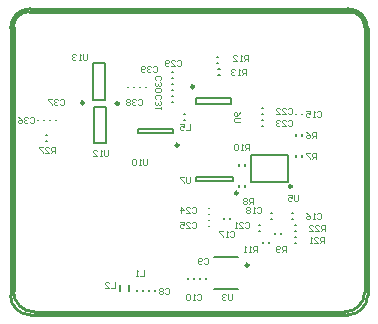
<source format=gbo>
G04*
G04 #@! TF.GenerationSoftware,Altium Limited,Altium Designer,21.3.2 (30)*
G04*
G04 Layer_Color=32896*
%FSLAX25Y25*%
%MOIN*%
G70*
G04*
G04 #@! TF.SameCoordinates,A236C9B4-8AE0-4B67-9D85-2998E959901C*
G04*
G04*
G04 #@! TF.FilePolarity,Positive*
G04*
G01*
G75*
%ADD10C,0.01000*%
%ADD13C,0.00984*%
%ADD15C,0.00600*%
%ADD16C,0.00787*%
%ADD17C,0.00300*%
%ADD80C,0.00500*%
D10*
X6000Y101000D02*
G03*
X1000Y96000I0J-5000D01*
G01*
X118000D02*
G03*
X113000Y101000I-5000J0D01*
G01*
X111550Y1000D02*
G03*
X118000Y7450I0J6449D01*
G01*
X1000Y7828D02*
G03*
X7828Y1000I6828J0D01*
G01*
X1000Y7828D02*
Y96000D01*
X6000Y101000D02*
X111000D01*
X113000D01*
X118000Y94000D02*
Y96000D01*
Y10000D02*
Y94000D01*
Y7450D02*
Y10000D01*
X7828Y1000D02*
X111550D01*
X6449Y102000D02*
G03*
X0Y95551I0J-6449D01*
G01*
X119000D02*
G03*
X112550Y102000I-6449J0D01*
G01*
Y0D02*
G03*
X119000Y6449I0J6449D01*
G01*
X0D02*
G03*
X6449Y0I6449J0D01*
G01*
X112550D01*
X119000Y6449D02*
Y95551D01*
X6449Y102000D02*
X112550D01*
X0Y6449D02*
Y95551D01*
D13*
X24492Y70653D02*
G03*
X24492Y70653I-492J0D01*
G01*
X36106Y70445D02*
G03*
X36106Y70445I-492J0D01*
G01*
X56035Y56551D02*
G03*
X56035Y56551I-492J0D01*
G01*
X93772Y42846D02*
G03*
X93772Y42846I-492J0D01*
G01*
X61146Y76000D02*
G03*
X61146Y76000I-492J0D01*
G01*
X75776Y40551D02*
G03*
X75776Y40551I-492J0D01*
G01*
X79319Y16559D02*
G03*
X79319Y16559I-492J0D01*
G01*
D15*
X11000Y64890D02*
Y65047D01*
X9000Y64890D02*
Y65047D01*
X11782Y60000D02*
X12281D01*
X11782Y58000D02*
X12281D01*
X53890Y79000D02*
X54047D01*
X53890Y81000D02*
X54047D01*
X97000Y66890D02*
Y67047D01*
X95000Y66890D02*
Y67047D01*
Y59719D02*
Y60219D01*
X97000Y59719D02*
Y60219D01*
X78000Y42718D02*
Y43218D01*
X76000Y42718D02*
Y43218D01*
X71000Y31953D02*
Y32110D01*
X73000Y31953D02*
Y32110D01*
X95000Y52719D02*
Y53219D01*
X97000Y52719D02*
Y53219D01*
X83890Y63000D02*
X84047D01*
X83890Y65000D02*
X84047D01*
X83890Y67000D02*
X84047D01*
X83890Y69000D02*
X84047D01*
X78000Y49718D02*
Y50218D01*
X76000Y49718D02*
Y50218D01*
X84000Y23781D02*
Y24282D01*
X86000Y23781D02*
Y24282D01*
X82890Y30000D02*
X83047D01*
X82890Y28000D02*
X83047D01*
X86890Y34000D02*
X87047D01*
X86890Y32000D02*
X87047D01*
X93890Y34000D02*
X94047D01*
X93890Y32000D02*
X94047D01*
X88000Y26781D02*
Y27281D01*
X90000Y26781D02*
Y27281D01*
X94718Y24000D02*
X95218D01*
X94718Y26000D02*
X95218D01*
X94718Y30000D02*
X95218D01*
X94718Y28000D02*
X95218D01*
X69262Y80000D02*
X69762D01*
X69262Y82000D02*
X69762D01*
X68782Y86000D02*
X69282D01*
X68782Y84000D02*
X69282D01*
X66150Y29551D02*
X66307D01*
X66150Y31551D02*
X66307D01*
X66150Y33551D02*
X66307D01*
X66150Y35551D02*
X66307D01*
X53890Y73000D02*
X54047D01*
X53890Y71000D02*
X54047D01*
X57890Y67000D02*
X58047D01*
X57890Y65000D02*
X58047D01*
X53890Y75000D02*
X54047D01*
X53890Y77000D02*
X54047D01*
X43000Y75890D02*
Y76047D01*
X45000Y75890D02*
Y76047D01*
X41000Y75890D02*
Y76047D01*
X39000Y75890D02*
Y76047D01*
X13000Y64890D02*
Y65047D01*
X15000Y64890D02*
Y65047D01*
X59000Y11953D02*
Y12110D01*
X61000Y11953D02*
Y12110D01*
X65000Y11953D02*
Y12110D01*
X63000Y11953D02*
Y12110D01*
X48000Y7953D02*
Y8110D01*
X46000Y7953D02*
Y8110D01*
X44000Y7953D02*
Y8110D01*
X42000Y7953D02*
Y8110D01*
D16*
X31382Y71638D02*
Y83842D01*
X27445Y71638D02*
Y83842D01*
X31382D01*
X27445Y71638D02*
X31382D01*
X27839Y69362D02*
X31776D01*
X27839Y57157D02*
X31776D01*
Y69362D01*
X27839Y57157D02*
Y69362D01*
X54165Y60685D02*
Y61866D01*
X42354Y60685D02*
Y61866D01*
Y60685D02*
X54165D01*
X42354Y61866D02*
X54165D01*
X80177Y44319D02*
Y53374D01*
X92382Y44319D02*
Y53374D01*
X80177D02*
X92382D01*
X80177Y44319D02*
X92382D01*
X61835Y70291D02*
Y72260D01*
X73646Y70291D02*
Y72260D01*
X61835D02*
X73646D01*
X61835Y70291D02*
X73646D01*
X61898Y45866D02*
X74102D01*
X61898Y44685D02*
X74102D01*
X61898D02*
Y45866D01*
X74102Y44685D02*
Y45866D01*
X67902Y8685D02*
X75776D01*
X67902Y19315D02*
X75776D01*
D17*
X6333Y65667D02*
X6666Y66000D01*
X7333D01*
X7666Y65667D01*
Y64334D01*
X7333Y64000D01*
X6666D01*
X6333Y64334D01*
X5666Y65667D02*
X5333Y66000D01*
X4667D01*
X4334Y65667D01*
Y65333D01*
X4667Y65000D01*
X5000D01*
X4667D01*
X4334Y64667D01*
Y64334D01*
X4667Y64000D01*
X5333D01*
X5666Y64334D01*
X2334Y66000D02*
X3001Y65667D01*
X3667Y65000D01*
Y64334D01*
X3334Y64000D01*
X2667D01*
X2334Y64334D01*
Y64667D01*
X2667Y65000D01*
X3667D01*
X25499Y87000D02*
Y85334D01*
X25166Y85000D01*
X24499D01*
X24166Y85334D01*
Y87000D01*
X23500Y85000D02*
X22833D01*
X23167D01*
Y87000D01*
X23500Y86667D01*
X21834D02*
X21500Y87000D01*
X20834D01*
X20501Y86667D01*
Y86333D01*
X20834Y86000D01*
X21167D01*
X20834D01*
X20501Y85667D01*
Y85334D01*
X20834Y85000D01*
X21500D01*
X21834Y85334D01*
X32499Y55000D02*
Y53334D01*
X32166Y53000D01*
X31499D01*
X31166Y53334D01*
Y55000D01*
X30500Y53000D02*
X29833D01*
X30167D01*
Y55000D01*
X30500Y54667D01*
X27501Y53000D02*
X28834D01*
X27501Y54333D01*
Y54667D01*
X27834Y55000D01*
X28501D01*
X28834Y54667D01*
X45499Y52000D02*
Y50334D01*
X45166Y50000D01*
X44499D01*
X44166Y50334D01*
Y52000D01*
X43500Y50000D02*
X42833D01*
X43167D01*
Y52000D01*
X43500Y51666D01*
X41834D02*
X41500Y52000D01*
X40834D01*
X40501Y51666D01*
Y50334D01*
X40834Y50000D01*
X41500D01*
X41834Y50334D01*
Y51666D01*
X14666Y54000D02*
Y56000D01*
X13666D01*
X13333Y55667D01*
Y55000D01*
X13666Y54667D01*
X14666D01*
X13999D02*
X13333Y54000D01*
X11333D02*
X12666D01*
X11333Y55333D01*
Y55667D01*
X11667Y56000D01*
X12333D01*
X12666Y55667D01*
X10667Y56000D02*
X9334D01*
Y55667D01*
X10667Y54334D01*
Y54000D01*
X55333Y84667D02*
X55666Y85000D01*
X56333D01*
X56666Y84667D01*
Y83334D01*
X56333Y83000D01*
X55666D01*
X55333Y83334D01*
X53334Y83000D02*
X54666D01*
X53334Y84333D01*
Y84667D01*
X53667Y85000D01*
X54333D01*
X54666Y84667D01*
X52667Y83334D02*
X52334Y83000D01*
X51667D01*
X51334Y83334D01*
Y84667D01*
X51667Y85000D01*
X52334D01*
X52667Y84667D01*
Y84333D01*
X52334Y84000D01*
X51334D01*
X59666Y63700D02*
Y61700D01*
X58333D01*
X56334Y63700D02*
X57667D01*
Y62700D01*
X57000Y63033D01*
X56667D01*
X56334Y62700D01*
Y62034D01*
X56667Y61700D01*
X57333D01*
X57667Y62034D01*
X48333Y72000D02*
X48000Y72333D01*
Y72999D01*
X48333Y73333D01*
X49666D01*
X50000Y72999D01*
Y72333D01*
X49666Y72000D01*
X48333Y71333D02*
X48000Y71000D01*
Y70333D01*
X48333Y70000D01*
X48667D01*
X49000Y70333D01*
Y70667D01*
Y70333D01*
X49333Y70000D01*
X49666D01*
X50000Y70333D01*
Y71000D01*
X49666Y71333D01*
X50000Y69334D02*
Y68667D01*
Y69001D01*
X48000D01*
X48333Y69334D01*
Y78333D02*
X48000Y78666D01*
Y79333D01*
X48333Y79666D01*
X49666D01*
X50000Y79333D01*
Y78666D01*
X49666Y78333D01*
X48333Y77666D02*
X48000Y77333D01*
Y76667D01*
X48333Y76334D01*
X48667D01*
X49000Y76667D01*
Y77000D01*
Y76667D01*
X49333Y76334D01*
X49666D01*
X50000Y76667D01*
Y77333D01*
X49666Y77666D01*
X48333Y75667D02*
X48000Y75334D01*
Y74667D01*
X48333Y74334D01*
X49666D01*
X50000Y74667D01*
Y75334D01*
X49666Y75667D01*
X48333D01*
X59666Y46000D02*
Y44334D01*
X59333Y44000D01*
X58666D01*
X58333Y44334D01*
Y46000D01*
X57667D02*
X56334D01*
Y45667D01*
X57667Y44334D01*
Y44000D01*
X76480Y64334D02*
X74814D01*
X74481Y64667D01*
Y65334D01*
X74814Y65667D01*
X76480D01*
Y67666D02*
X76147Y67000D01*
X75480Y66333D01*
X74814D01*
X74481Y66667D01*
Y67333D01*
X74814Y67666D01*
X75147D01*
X75480Y67333D01*
Y66333D01*
X95666Y40000D02*
Y38334D01*
X95333Y38000D01*
X94666D01*
X94333Y38334D01*
Y40000D01*
X92334D02*
X93667D01*
Y39000D01*
X93000Y39333D01*
X92667D01*
X92334Y39000D01*
Y38334D01*
X92667Y38000D01*
X93334D01*
X93667Y38334D01*
X82166Y21000D02*
Y23000D01*
X81166D01*
X80833Y22667D01*
Y22000D01*
X81166Y21667D01*
X82166D01*
X81499D02*
X80833Y21000D01*
X80167D02*
X79500D01*
X79833D01*
Y23000D01*
X80167Y22667D01*
X78500Y21000D02*
X77834D01*
X78167D01*
Y23000D01*
X78500Y22667D01*
X91666Y21000D02*
Y23000D01*
X90666D01*
X90333Y22667D01*
Y22000D01*
X90666Y21667D01*
X91666D01*
X91000D02*
X90333Y21000D01*
X89667Y21334D02*
X89333Y21000D01*
X88667D01*
X88334Y21334D01*
Y22667D01*
X88667Y23000D01*
X89333D01*
X89667Y22667D01*
Y22333D01*
X89333Y22000D01*
X88334D01*
X78499Y80000D02*
Y82000D01*
X77500D01*
X77166Y81666D01*
Y81000D01*
X77500Y80667D01*
X78499D01*
X77833D02*
X77166Y80000D01*
X76500D02*
X75833D01*
X76167D01*
Y82000D01*
X76500Y81666D01*
X74834D02*
X74501Y82000D01*
X73834D01*
X73501Y81666D01*
Y81333D01*
X73834Y81000D01*
X74167D01*
X73834D01*
X73501Y80667D01*
Y80334D01*
X73834Y80000D01*
X74501D01*
X74834Y80334D01*
X79031Y84500D02*
Y86500D01*
X78031D01*
X77698Y86167D01*
Y85500D01*
X78031Y85167D01*
X79031D01*
X78364D02*
X77698Y84500D01*
X77031D02*
X76365D01*
X76698D01*
Y86500D01*
X77031Y86167D01*
X74032Y84500D02*
X75365D01*
X74032Y85833D01*
Y86167D01*
X74366Y86500D01*
X75032D01*
X75365Y86167D01*
X80666Y37000D02*
Y39000D01*
X79666D01*
X79333Y38666D01*
Y38000D01*
X79666Y37667D01*
X80666D01*
X80000D02*
X79333Y37000D01*
X78667Y38666D02*
X78333Y39000D01*
X77667D01*
X77334Y38666D01*
Y38333D01*
X77667Y38000D01*
X77334Y37667D01*
Y37334D01*
X77667Y37000D01*
X78333D01*
X78667Y37334D01*
Y37667D01*
X78333Y38000D01*
X78667Y38333D01*
Y38666D01*
X78333Y38000D02*
X77667D01*
X79499Y55000D02*
Y57000D01*
X78500D01*
X78166Y56666D01*
Y56000D01*
X78500Y55667D01*
X79499D01*
X78833D02*
X78166Y55000D01*
X77500D02*
X76833D01*
X77167D01*
Y57000D01*
X77500Y56666D01*
X75834D02*
X75501Y57000D01*
X74834D01*
X74501Y56666D01*
Y55334D01*
X74834Y55000D01*
X75501D01*
X75834Y55334D01*
Y56666D01*
X101666Y52000D02*
Y54000D01*
X100666D01*
X100333Y53667D01*
Y53000D01*
X100666Y52667D01*
X101666D01*
X101000D02*
X100333Y52000D01*
X99667Y54000D02*
X98334D01*
Y53667D01*
X99667Y52334D01*
Y52000D01*
X101666Y59000D02*
Y61000D01*
X100666D01*
X100333Y60667D01*
Y60000D01*
X100666Y59667D01*
X101666D01*
X101000D02*
X100333Y59000D01*
X98334Y61000D02*
X99000Y60667D01*
X99667Y60000D01*
Y59334D01*
X99334Y59000D01*
X98667D01*
X98334Y59334D01*
Y59667D01*
X98667Y60000D01*
X99667D01*
X104666Y28000D02*
Y30000D01*
X103666D01*
X103333Y29667D01*
Y29000D01*
X103666Y28667D01*
X104666D01*
X103999D02*
X103333Y28000D01*
X101334D02*
X102666D01*
X101334Y29333D01*
Y29667D01*
X101667Y30000D01*
X102333D01*
X102666Y29667D01*
X99334Y28000D02*
X100667D01*
X99334Y29333D01*
Y29667D01*
X99667Y30000D01*
X100334D01*
X100667Y29667D01*
X104333Y24000D02*
Y26000D01*
X103333D01*
X103000Y25666D01*
Y25000D01*
X103333Y24667D01*
X104333D01*
X103666D02*
X103000Y24000D01*
X101000D02*
X102333D01*
X101000Y25333D01*
Y25666D01*
X101333Y26000D01*
X102000D01*
X102333Y25666D01*
X100334Y24000D02*
X99667D01*
X100001D01*
Y26000D01*
X100334Y25666D01*
X60333Y30667D02*
X60666Y31000D01*
X61333D01*
X61666Y30667D01*
Y29334D01*
X61333Y29000D01*
X60666D01*
X60333Y29334D01*
X58334Y29000D02*
X59666D01*
X58334Y30333D01*
Y30667D01*
X58667Y31000D01*
X59333D01*
X59666Y30667D01*
X56334Y31000D02*
X57667D01*
Y30000D01*
X57001Y30333D01*
X56667D01*
X56334Y30000D01*
Y29334D01*
X56667Y29000D01*
X57334D01*
X57667Y29334D01*
X60333Y35666D02*
X60666Y36000D01*
X61333D01*
X61666Y35666D01*
Y34334D01*
X61333Y34000D01*
X60666D01*
X60333Y34334D01*
X58334Y34000D02*
X59666D01*
X58334Y35333D01*
Y35666D01*
X58667Y36000D01*
X59333D01*
X59666Y35666D01*
X56667Y34000D02*
Y36000D01*
X57667Y35000D01*
X56334D01*
X73166Y27667D02*
X73500Y28000D01*
X74166D01*
X74499Y27667D01*
Y26334D01*
X74166Y26000D01*
X73500D01*
X73166Y26334D01*
X72500Y26000D02*
X71833D01*
X72167D01*
Y28000D01*
X72500Y27667D01*
X70834Y28000D02*
X69501D01*
Y27667D01*
X70834Y26334D01*
Y26000D01*
X102166Y67667D02*
X102499Y68000D01*
X103166D01*
X103499Y67667D01*
Y66334D01*
X103166Y66000D01*
X102499D01*
X102166Y66334D01*
X101500Y66000D02*
X100833D01*
X101167D01*
Y68000D01*
X101500Y67667D01*
X98501Y68000D02*
X99834D01*
Y67000D01*
X99167Y67333D01*
X98834D01*
X98501Y67000D01*
Y66334D01*
X98834Y66000D01*
X99501D01*
X99834Y66334D01*
X92333Y64666D02*
X92666Y65000D01*
X93333D01*
X93666Y64666D01*
Y63334D01*
X93333Y63000D01*
X92666D01*
X92333Y63334D01*
X90334Y63000D02*
X91666D01*
X90334Y64333D01*
Y64666D01*
X90667Y65000D01*
X91333D01*
X91666Y64666D01*
X89667D02*
X89334Y65000D01*
X88667D01*
X88334Y64666D01*
Y64333D01*
X88667Y64000D01*
X89001D01*
X88667D01*
X88334Y63667D01*
Y63334D01*
X88667Y63000D01*
X89334D01*
X89667Y63334D01*
X92333Y68666D02*
X92666Y69000D01*
X93333D01*
X93666Y68666D01*
Y67334D01*
X93333Y67000D01*
X92666D01*
X92333Y67334D01*
X90334Y67000D02*
X91666D01*
X90334Y68333D01*
Y68666D01*
X90667Y69000D01*
X91333D01*
X91666Y68666D01*
X88334Y67000D02*
X89667D01*
X88334Y68333D01*
Y68666D01*
X88667Y69000D01*
X89334D01*
X89667Y68666D01*
X78000Y30667D02*
X78333Y31000D01*
X78999D01*
X79333Y30667D01*
Y29334D01*
X78999Y29000D01*
X78333D01*
X78000Y29334D01*
X76000Y29000D02*
X77333D01*
X76000Y30333D01*
Y30667D01*
X76333Y31000D01*
X77000D01*
X77333Y30667D01*
X75334Y29000D02*
X74667D01*
X75001D01*
Y31000D01*
X75334Y30667D01*
X82166Y35666D02*
X82499Y36000D01*
X83166D01*
X83499Y35666D01*
Y34334D01*
X83166Y34000D01*
X82499D01*
X82166Y34334D01*
X81500Y34000D02*
X80833D01*
X81167D01*
Y36000D01*
X81500Y35666D01*
X79834D02*
X79501Y36000D01*
X78834D01*
X78501Y35666D01*
Y35333D01*
X78834Y35000D01*
X78501Y34667D01*
Y34334D01*
X78834Y34000D01*
X79501D01*
X79834Y34334D01*
Y34667D01*
X79501Y35000D01*
X79834Y35333D01*
Y35666D01*
X79501Y35000D02*
X78834D01*
X102166Y33667D02*
X102499Y34000D01*
X103166D01*
X103499Y33667D01*
Y32334D01*
X103166Y32000D01*
X102499D01*
X102166Y32334D01*
X101500Y32000D02*
X100833D01*
X101167D01*
Y34000D01*
X101500Y33667D01*
X98501Y34000D02*
X99167Y33667D01*
X99834Y33000D01*
Y32334D01*
X99501Y32000D01*
X98834D01*
X98501Y32334D01*
Y32667D01*
X98834Y33000D01*
X99834D01*
X47333Y82666D02*
X47666Y83000D01*
X48333D01*
X48666Y82666D01*
Y81334D01*
X48333Y81000D01*
X47666D01*
X47333Y81334D01*
X46666Y82666D02*
X46333Y83000D01*
X45667D01*
X45334Y82666D01*
Y82333D01*
X45667Y82000D01*
X46000D01*
X45667D01*
X45334Y81667D01*
Y81334D01*
X45667Y81000D01*
X46333D01*
X46666Y81334D01*
X44667D02*
X44334Y81000D01*
X43667D01*
X43334Y81334D01*
Y82666D01*
X43667Y83000D01*
X44334D01*
X44667Y82666D01*
Y82333D01*
X44334Y82000D01*
X43334D01*
X42333Y71667D02*
X42666Y72000D01*
X43333D01*
X43666Y71667D01*
Y70334D01*
X43333Y70000D01*
X42666D01*
X42333Y70334D01*
X41666Y71667D02*
X41333Y72000D01*
X40667D01*
X40334Y71667D01*
Y71333D01*
X40667Y71000D01*
X41000D01*
X40667D01*
X40334Y70667D01*
Y70334D01*
X40667Y70000D01*
X41333D01*
X41666Y70334D01*
X39667Y71667D02*
X39334Y72000D01*
X38667D01*
X38334Y71667D01*
Y71333D01*
X38667Y71000D01*
X38334Y70667D01*
Y70334D01*
X38667Y70000D01*
X39334D01*
X39667Y70334D01*
Y70667D01*
X39334Y71000D01*
X39667Y71333D01*
Y71667D01*
X39334Y71000D02*
X38667D01*
X16333Y71667D02*
X16666Y72000D01*
X17333D01*
X17666Y71667D01*
Y70334D01*
X17333Y70000D01*
X16666D01*
X16333Y70334D01*
X15666Y71667D02*
X15333Y72000D01*
X14667D01*
X14333Y71667D01*
Y71333D01*
X14667Y71000D01*
X15000D01*
X14667D01*
X14333Y70667D01*
Y70334D01*
X14667Y70000D01*
X15333D01*
X15666Y70334D01*
X13667Y72000D02*
X12334D01*
Y71667D01*
X13667Y70334D01*
Y70000D01*
X73666Y7000D02*
Y5334D01*
X73333Y5000D01*
X72666D01*
X72333Y5334D01*
Y7000D01*
X71667Y6667D02*
X71333Y7000D01*
X70667D01*
X70334Y6667D01*
Y6333D01*
X70667Y6000D01*
X71000D01*
X70667D01*
X70334Y5667D01*
Y5334D01*
X70667Y5000D01*
X71333D01*
X71667Y5334D01*
X34666Y11063D02*
Y9063D01*
X33333D01*
X31334D02*
X32667D01*
X31334Y10396D01*
Y10729D01*
X31667Y11063D01*
X32333D01*
X32667Y10729D01*
X44333Y15063D02*
Y13063D01*
X43000D01*
X42334D02*
X41667D01*
X42000D01*
Y15063D01*
X42334Y14729D01*
X62166Y6667D02*
X62499Y7000D01*
X63166D01*
X63499Y6667D01*
Y5334D01*
X63166Y5000D01*
X62499D01*
X62166Y5334D01*
X61500Y5000D02*
X60833D01*
X61167D01*
Y7000D01*
X61500Y6667D01*
X59834D02*
X59500Y7000D01*
X58834D01*
X58501Y6667D01*
Y5334D01*
X58834Y5000D01*
X59500D01*
X59834Y5334D01*
Y6667D01*
X64333Y18666D02*
X64666Y19000D01*
X65333D01*
X65666Y18666D01*
Y17334D01*
X65333Y17000D01*
X64666D01*
X64333Y17334D01*
X63667D02*
X63333Y17000D01*
X62667D01*
X62334Y17334D01*
Y18666D01*
X62667Y19000D01*
X63333D01*
X63667Y18666D01*
Y18333D01*
X63333Y18000D01*
X62334D01*
X51333Y8730D02*
X51666Y9063D01*
X52333D01*
X52666Y8730D01*
Y7397D01*
X52333Y7063D01*
X51666D01*
X51333Y7397D01*
X50667Y8730D02*
X50333Y9063D01*
X49667D01*
X49334Y8730D01*
Y8396D01*
X49667Y8063D01*
X49334Y7730D01*
Y7397D01*
X49667Y7063D01*
X50333D01*
X50667Y7397D01*
Y7730D01*
X50333Y8063D01*
X50667Y8396D01*
Y8730D01*
X50333Y8063D02*
X49667D01*
D80*
X39500Y8063D02*
Y10063D01*
X36500Y8063D02*
Y10063D01*
M02*

</source>
